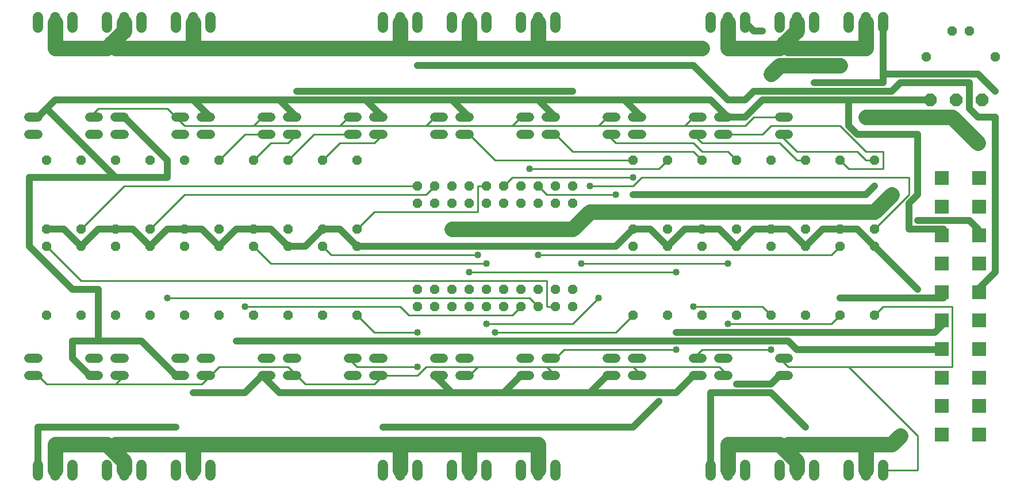
<source format=gbl>
G75*
G70*
%OFA0B0*%
%FSLAX24Y24*%
%IPPOS*%
%LPD*%
%AMOC8*
5,1,8,0,0,1.08239X$1,22.5*
%
%ADD10C,0.0600*%
%ADD11C,0.0520*%
%ADD12OC8,0.0520*%
%ADD13R,0.0827X0.0827*%
%ADD14OC8,0.0750*%
%ADD15OC8,0.0560*%
%ADD16C,0.0100*%
%ADD17C,0.0400*%
%ADD18C,0.0400*%
%ADD19C,0.0900*%
D10*
X003702Y005200D02*
X003702Y005800D01*
X004702Y005800D02*
X004702Y005200D01*
X005702Y005200D02*
X005702Y005800D01*
X007702Y005800D02*
X007702Y005200D01*
X008702Y005200D02*
X008702Y005800D01*
X009702Y005800D02*
X009702Y005200D01*
X011702Y005200D02*
X011702Y005800D01*
X012702Y005800D02*
X012702Y005200D01*
X013702Y005200D02*
X013702Y005800D01*
X023702Y005800D02*
X023702Y005200D01*
X024702Y005200D02*
X024702Y005800D01*
X025702Y005800D02*
X025702Y005200D01*
X027702Y005200D02*
X027702Y005800D01*
X028702Y005800D02*
X028702Y005200D01*
X029702Y005200D02*
X029702Y005800D01*
X031702Y005800D02*
X031702Y005200D01*
X032702Y005200D02*
X032702Y005800D01*
X033702Y005800D02*
X033702Y005200D01*
X042702Y005200D02*
X042702Y005800D01*
X043702Y005800D02*
X043702Y005200D01*
X044702Y005200D02*
X044702Y005800D01*
X046702Y005800D02*
X046702Y005200D01*
X047702Y005200D02*
X047702Y005800D01*
X048702Y005800D02*
X048702Y005200D01*
X050702Y005200D02*
X050702Y005800D01*
X051702Y005800D02*
X051702Y005200D01*
X052702Y005200D02*
X052702Y005800D01*
X052702Y031200D02*
X052702Y031800D01*
X051702Y031800D02*
X051702Y031200D01*
X050702Y031200D02*
X050702Y031800D01*
X048702Y031800D02*
X048702Y031200D01*
X047702Y031200D02*
X047702Y031800D01*
X046702Y031800D02*
X046702Y031200D01*
X044702Y031200D02*
X044702Y031800D01*
X043702Y031800D02*
X043702Y031200D01*
X042702Y031200D02*
X042702Y031800D01*
X033702Y031800D02*
X033702Y031200D01*
X032702Y031200D02*
X032702Y031800D01*
X031702Y031800D02*
X031702Y031200D01*
X029702Y031200D02*
X029702Y031800D01*
X028702Y031800D02*
X028702Y031200D01*
X027702Y031200D02*
X027702Y031800D01*
X025702Y031800D02*
X025702Y031200D01*
X024702Y031200D02*
X024702Y031800D01*
X023702Y031800D02*
X023702Y031200D01*
X013702Y031200D02*
X013702Y031800D01*
X012702Y031800D02*
X012702Y031200D01*
X011702Y031200D02*
X011702Y031800D01*
X009702Y031800D02*
X009702Y031200D01*
X008702Y031200D02*
X008702Y031800D01*
X007702Y031800D02*
X007702Y031200D01*
X005702Y031200D02*
X005702Y031800D01*
X004702Y031800D02*
X004702Y031200D01*
X003702Y031200D02*
X003702Y031800D01*
D11*
X003702Y026000D02*
X003182Y026000D01*
X003182Y025000D02*
X003702Y025000D01*
X006702Y025000D02*
X007222Y025000D01*
X008182Y025000D02*
X008702Y025000D01*
X008702Y026000D02*
X008182Y026000D01*
X007222Y026000D02*
X006702Y026000D01*
X011702Y026000D02*
X012222Y026000D01*
X013182Y026000D02*
X013702Y026000D01*
X013702Y025000D02*
X013182Y025000D01*
X012222Y025000D02*
X011702Y025000D01*
X016702Y025000D02*
X017222Y025000D01*
X018182Y025000D02*
X018702Y025000D01*
X018702Y026000D02*
X018182Y026000D01*
X017222Y026000D02*
X016702Y026000D01*
X021702Y026000D02*
X022222Y026000D01*
X023182Y026000D02*
X023702Y026000D01*
X023702Y025000D02*
X023182Y025000D01*
X022222Y025000D02*
X021702Y025000D01*
X026702Y025000D02*
X027222Y025000D01*
X028182Y025000D02*
X028702Y025000D01*
X028702Y026000D02*
X028182Y026000D01*
X027222Y026000D02*
X026702Y026000D01*
X031702Y026000D02*
X032222Y026000D01*
X033182Y026000D02*
X033702Y026000D01*
X033702Y025000D02*
X033182Y025000D01*
X032222Y025000D02*
X031702Y025000D01*
X036702Y025000D02*
X037222Y025000D01*
X038182Y025000D02*
X038702Y025000D01*
X038702Y026000D02*
X038182Y026000D01*
X037222Y026000D02*
X036702Y026000D01*
X041702Y026000D02*
X042222Y026000D01*
X043182Y026000D02*
X043702Y026000D01*
X043702Y025000D02*
X043182Y025000D01*
X042222Y025000D02*
X041702Y025000D01*
X046702Y025000D02*
X047222Y025000D01*
X047222Y026000D02*
X046702Y026000D01*
X046702Y012000D02*
X047222Y012000D01*
X047222Y011000D02*
X046702Y011000D01*
X043702Y011000D02*
X043182Y011000D01*
X042222Y011000D02*
X041702Y011000D01*
X041702Y012000D02*
X042222Y012000D01*
X043182Y012000D02*
X043702Y012000D01*
X038702Y012000D02*
X038182Y012000D01*
X037222Y012000D02*
X036702Y012000D01*
X036702Y011000D02*
X037222Y011000D01*
X038182Y011000D02*
X038702Y011000D01*
X033702Y011000D02*
X033182Y011000D01*
X032222Y011000D02*
X031702Y011000D01*
X031702Y012000D02*
X032222Y012000D01*
X033182Y012000D02*
X033702Y012000D01*
X028702Y012000D02*
X028182Y012000D01*
X027222Y012000D02*
X026702Y012000D01*
X026702Y011000D02*
X027222Y011000D01*
X028182Y011000D02*
X028702Y011000D01*
X023702Y011000D02*
X023182Y011000D01*
X022222Y011000D02*
X021702Y011000D01*
X021702Y012000D02*
X022222Y012000D01*
X023182Y012000D02*
X023702Y012000D01*
X018702Y012000D02*
X018182Y012000D01*
X017222Y012000D02*
X016702Y012000D01*
X016702Y011000D02*
X017222Y011000D01*
X018182Y011000D02*
X018702Y011000D01*
X013702Y011000D02*
X013182Y011000D01*
X012222Y011000D02*
X011702Y011000D01*
X011702Y012000D02*
X012222Y012000D01*
X013182Y012000D02*
X013702Y012000D01*
X008702Y012000D02*
X008182Y012000D01*
X007222Y012000D02*
X006702Y012000D01*
X006702Y011000D02*
X007222Y011000D01*
X008182Y011000D02*
X008702Y011000D01*
X003702Y011000D02*
X003182Y011000D01*
X003182Y012000D02*
X003702Y012000D01*
D12*
X004202Y014500D03*
X006202Y014500D03*
X008202Y014500D03*
X010202Y014500D03*
X012202Y014500D03*
X014202Y014500D03*
X016202Y014500D03*
X018202Y014500D03*
X020202Y014500D03*
X022202Y014500D03*
X022202Y018500D03*
X022202Y019500D03*
X020202Y019500D03*
X020202Y018500D03*
X018202Y018500D03*
X018202Y019500D03*
X016202Y019500D03*
X016202Y018500D03*
X014202Y018500D03*
X014202Y019500D03*
X012202Y019500D03*
X012202Y018500D03*
X010202Y018500D03*
X010202Y019500D03*
X008202Y019500D03*
X008202Y018500D03*
X006202Y018500D03*
X006202Y019500D03*
X004202Y019500D03*
X004202Y018500D03*
X004202Y023500D03*
X006202Y023500D03*
X008202Y023500D03*
X010202Y023500D03*
X012202Y023500D03*
X014202Y023500D03*
X016202Y023500D03*
X018202Y023500D03*
X020202Y023500D03*
X022202Y023500D03*
X038202Y023500D03*
X040202Y023500D03*
X042202Y023500D03*
X044202Y023500D03*
X046202Y023500D03*
X048202Y023500D03*
X050202Y023500D03*
X052202Y023500D03*
X052202Y019500D03*
X052202Y018500D03*
X050202Y018500D03*
X050202Y019500D03*
X048202Y019500D03*
X048202Y018500D03*
X046202Y018500D03*
X046202Y019500D03*
X044202Y019500D03*
X044202Y018500D03*
X042202Y018500D03*
X042202Y019500D03*
X040202Y019500D03*
X040202Y018500D03*
X038202Y018500D03*
X038202Y019500D03*
X038202Y014500D03*
X040202Y014500D03*
X042202Y014500D03*
X044202Y014500D03*
X046202Y014500D03*
X048202Y014500D03*
X050202Y014500D03*
X052202Y014500D03*
X055202Y029500D03*
X056702Y031000D03*
X057702Y031000D03*
X059202Y029500D03*
D13*
X058284Y022441D03*
X056119Y022441D03*
X056119Y020787D03*
X058284Y020787D03*
X058284Y019134D03*
X056119Y019134D03*
X056119Y017480D03*
X058284Y017480D03*
X058284Y015827D03*
X056119Y015827D03*
X056119Y014173D03*
X058284Y014173D03*
X058284Y012520D03*
X056119Y012520D03*
X056119Y010866D03*
X058284Y010866D03*
X058284Y009213D03*
X056119Y009213D03*
X056119Y007559D03*
X058284Y007559D03*
D14*
X058452Y027000D03*
X056952Y027000D03*
X055452Y027000D03*
D15*
X034702Y022000D03*
X033702Y022000D03*
X032702Y022000D03*
X031702Y022000D03*
X030702Y022000D03*
X029702Y022000D03*
X028702Y022000D03*
X027702Y022000D03*
X026702Y022000D03*
X025702Y022000D03*
X025702Y021000D03*
X026702Y021000D03*
X027702Y021000D03*
X028702Y021000D03*
X029702Y021000D03*
X030702Y021000D03*
X031702Y021000D03*
X032702Y021000D03*
X033702Y021000D03*
X034702Y021000D03*
X034702Y016000D03*
X033702Y016000D03*
X032702Y016000D03*
X031702Y016000D03*
X030702Y016000D03*
X029702Y016000D03*
X028702Y016000D03*
X027702Y016000D03*
X026702Y016000D03*
X025702Y016000D03*
X025702Y015000D03*
X026702Y015000D03*
X027702Y015000D03*
X028702Y015000D03*
X029702Y015000D03*
X030702Y015000D03*
X031702Y015000D03*
X032702Y015000D03*
X033702Y015000D03*
X034702Y015000D03*
D16*
X033702Y015000D02*
X033202Y015000D01*
X033202Y016500D01*
X006202Y016500D01*
X004202Y018500D01*
X006202Y019500D02*
X008702Y022000D01*
X025702Y022000D01*
X026202Y021500D02*
X026702Y022000D01*
X026202Y021500D02*
X012202Y021500D01*
X010202Y019500D01*
X016202Y018500D02*
X017202Y017500D01*
X029702Y017500D01*
X029202Y018000D02*
X020702Y018000D01*
X020202Y018500D01*
X022202Y019500D02*
X023202Y020500D01*
X029202Y020500D01*
X029202Y022000D01*
X029702Y022000D01*
X030702Y022000D02*
X031202Y022500D01*
X038202Y022500D01*
X038202Y022000D02*
X038702Y022500D01*
X054202Y022500D01*
X054202Y021500D01*
X052202Y019500D01*
X050202Y018500D02*
X049702Y018000D01*
X032702Y018000D01*
X035202Y017500D02*
X043702Y017500D01*
X040702Y017000D02*
X028702Y017000D01*
X031202Y014500D02*
X031702Y015000D01*
X032202Y015500D02*
X032702Y015000D01*
X032202Y015500D02*
X011202Y015500D01*
X015702Y015000D02*
X024702Y015000D01*
X025202Y014500D01*
X031202Y014500D01*
X029702Y014000D02*
X034702Y014000D01*
X036202Y015500D01*
X038202Y014500D02*
X037202Y013500D01*
X030202Y013500D01*
X029202Y011500D02*
X026202Y011500D01*
X025702Y011000D01*
X023702Y011000D01*
X023202Y010500D01*
X019202Y010500D01*
X018702Y011000D01*
X018202Y011500D01*
X014202Y011500D01*
X013702Y011000D01*
X013202Y010500D01*
X008202Y010500D01*
X008702Y011000D01*
X008202Y010500D02*
X004202Y010500D01*
X003702Y011000D01*
X021702Y012000D02*
X022202Y011500D01*
X025702Y011500D01*
X025702Y013500D02*
X023202Y013500D01*
X022202Y014500D01*
X028702Y011000D02*
X029202Y011500D01*
X033202Y011500D01*
X038202Y011500D01*
X043202Y011500D01*
X043702Y011000D01*
X042202Y012500D02*
X041702Y012000D01*
X042202Y012500D02*
X046202Y012500D01*
X046702Y012000D02*
X047202Y011500D01*
X050702Y011500D01*
X056702Y011500D01*
X056702Y015000D01*
X052702Y015000D01*
X052202Y014500D01*
X050202Y014500D02*
X049702Y014000D01*
X043702Y014000D01*
X045702Y015000D02*
X041702Y015000D01*
X045702Y015000D02*
X046202Y014500D01*
X050702Y011500D02*
X054702Y007500D01*
X054702Y005500D01*
X052702Y005500D01*
X040702Y012500D02*
X034202Y012500D01*
X033702Y012000D01*
X033202Y011500D02*
X033702Y011000D01*
X038202Y011500D02*
X038702Y011000D01*
X037202Y021500D02*
X033202Y021500D01*
X032702Y022000D01*
X032202Y023000D02*
X039702Y023000D01*
X040202Y023500D01*
X041702Y024000D02*
X042202Y023500D01*
X042202Y024000D02*
X043702Y024000D01*
X044202Y023500D01*
X043702Y025000D02*
X045702Y025000D01*
X046202Y025500D01*
X050202Y025500D01*
X051702Y024000D01*
X052702Y024000D01*
X052702Y023000D01*
X050702Y023000D01*
X050202Y023500D01*
X051202Y024000D02*
X051702Y023500D01*
X052202Y023500D01*
X051202Y024000D02*
X047702Y024000D01*
X046702Y025000D01*
X046702Y024500D02*
X047702Y023500D01*
X048202Y023500D01*
X046702Y024500D02*
X042202Y024500D01*
X041702Y025000D01*
X041702Y024500D02*
X042202Y024000D01*
X041702Y024000D02*
X034702Y024000D01*
X033702Y025000D01*
X031702Y026000D02*
X031202Y025500D01*
X036202Y025500D01*
X041202Y025500D01*
X044702Y025500D01*
X045202Y026000D01*
X046702Y026000D01*
X041702Y026000D02*
X041202Y025500D01*
X041702Y024500D02*
X037202Y024500D01*
X036702Y025000D01*
X036202Y025500D02*
X036702Y026000D01*
X038202Y023500D02*
X030202Y023500D01*
X028702Y025000D01*
X026702Y026000D02*
X026202Y025500D01*
X031202Y025500D01*
X026202Y025500D02*
X021202Y025500D01*
X016202Y025500D01*
X012202Y025500D01*
X011702Y026000D01*
X011202Y026500D01*
X007202Y026500D01*
X006702Y026000D01*
X014202Y023500D02*
X015702Y025000D01*
X016702Y025000D01*
X017202Y024500D02*
X018202Y024500D01*
X018702Y025000D01*
X019702Y025000D02*
X021702Y025000D01*
X021202Y024500D02*
X023202Y024500D01*
X023702Y025000D01*
X021702Y026000D02*
X021202Y025500D01*
X021202Y024500D02*
X020202Y023500D01*
X019702Y025000D02*
X018202Y023500D01*
X017202Y024500D02*
X016202Y023500D01*
X016202Y025500D02*
X016702Y026000D01*
X035702Y022000D02*
X038202Y022000D01*
D17*
X038202Y021500D03*
X038202Y022500D03*
X037202Y021500D03*
X035702Y022000D03*
X032202Y023000D03*
X027702Y019500D03*
X029202Y018000D03*
X029702Y017500D03*
X028702Y017000D03*
X032702Y018000D03*
X035202Y017500D03*
X036202Y015500D03*
X040702Y017000D03*
X041702Y015000D03*
X043702Y014000D03*
X046202Y012500D03*
X044202Y010500D03*
X046202Y010000D03*
X048202Y008000D03*
X053702Y007500D03*
X050202Y015500D03*
X054702Y016000D03*
X054702Y020000D03*
X053202Y021500D03*
X052202Y022000D03*
X058202Y024500D03*
X059202Y027500D03*
X051702Y026000D03*
X048702Y028000D03*
X050202Y029000D03*
X046202Y028500D03*
X045702Y031000D03*
X042202Y030000D03*
X034702Y027500D03*
X033702Y029000D03*
X027702Y029000D03*
X025702Y029000D03*
X018702Y027500D03*
X011202Y015500D03*
X015202Y013000D03*
X015702Y015000D03*
X012702Y010000D03*
X011702Y008000D03*
X006202Y008000D03*
X023702Y008000D03*
X026202Y008000D03*
X029202Y008000D03*
X025702Y011500D03*
X025702Y013500D03*
X029702Y014000D03*
X030202Y013500D03*
X039702Y009500D03*
X040702Y012500D03*
X040702Y013500D03*
X043702Y017500D03*
D18*
X044202Y018500D02*
X045202Y019500D01*
X046202Y019500D01*
X047202Y019500D01*
X048202Y018500D01*
X049202Y019500D01*
X050202Y019500D01*
X051202Y019500D01*
X052202Y018500D01*
X054702Y016000D01*
X056119Y015827D02*
X056202Y015500D01*
X050202Y015500D01*
X047202Y013000D02*
X047702Y012500D01*
X056202Y012500D01*
X056119Y012520D01*
X055702Y013500D02*
X040702Y013500D01*
X041702Y011000D02*
X040702Y010000D01*
X035702Y010000D01*
X030702Y010000D01*
X031702Y011000D01*
X030702Y010000D02*
X027702Y010000D01*
X017702Y010000D01*
X016702Y011000D01*
X015702Y010000D01*
X012702Y010000D01*
X011702Y011000D02*
X009702Y013000D01*
X007202Y013000D01*
X007202Y016000D01*
X005702Y016000D01*
X003202Y018500D01*
X003202Y022500D01*
X008202Y022500D01*
X004202Y026500D01*
X003702Y026000D01*
X004202Y026500D02*
X004702Y027000D01*
X012702Y027000D01*
X017702Y027000D01*
X022702Y027000D01*
X027702Y027000D01*
X032702Y027000D01*
X037702Y027000D01*
X042702Y027000D01*
X043702Y026000D01*
X044702Y026000D01*
X045702Y027000D01*
X050702Y027000D01*
X055452Y027000D01*
X053702Y028000D02*
X053202Y027500D01*
X045202Y027500D01*
X044702Y027000D01*
X043702Y027000D01*
X041702Y029000D01*
X033702Y029000D01*
X027702Y029000D01*
X025702Y029000D01*
X027702Y027000D02*
X028702Y026000D01*
X032702Y027000D02*
X033702Y026000D01*
X034702Y027500D02*
X018702Y027500D01*
X017702Y027000D02*
X018702Y026000D01*
X022702Y027000D02*
X023702Y026000D01*
X013702Y026000D02*
X012702Y027000D01*
X011202Y023500D02*
X008702Y026000D01*
X011202Y023500D02*
X011202Y022500D01*
X008202Y022500D01*
X008202Y019500D02*
X007202Y019500D01*
X006202Y018500D01*
X005202Y019500D01*
X004202Y019500D01*
X008202Y019500D02*
X009202Y019500D01*
X010202Y018500D01*
X011202Y019500D01*
X012202Y019500D01*
X013202Y019500D01*
X014202Y018500D01*
X015202Y019500D01*
X016202Y019500D01*
X017202Y019500D01*
X018202Y018500D01*
X019202Y018500D01*
X020202Y019500D01*
X021202Y019500D01*
X022202Y018500D01*
X037202Y018500D01*
X038202Y019500D01*
X039202Y019500D01*
X040202Y018500D01*
X041202Y019500D01*
X042202Y019500D01*
X043202Y019500D01*
X044202Y018500D01*
X038202Y021500D02*
X051702Y021500D01*
X052202Y022000D01*
X054202Y021000D02*
X054702Y021500D01*
X054702Y025000D01*
X051202Y025000D01*
X050702Y025500D01*
X050702Y027000D01*
X048702Y028000D02*
X052702Y028000D01*
X052702Y028500D01*
X058202Y028500D01*
X059202Y027500D01*
X057702Y028000D02*
X057702Y026500D01*
X058202Y026000D01*
X059202Y026000D01*
X059202Y017000D01*
X058202Y016000D01*
X058284Y015827D01*
X056119Y014173D02*
X056202Y014000D01*
X055702Y013500D01*
X047202Y013000D02*
X015202Y013000D01*
X011702Y008000D02*
X006202Y008000D01*
X003702Y008000D01*
X003702Y005500D01*
X006702Y011000D02*
X005702Y012000D01*
X005702Y013000D01*
X007202Y013000D01*
X023702Y008000D02*
X026202Y008000D01*
X029202Y008000D01*
X038202Y008000D01*
X039702Y009500D01*
X042702Y010000D02*
X046202Y010000D01*
X048202Y008000D01*
X046202Y010500D02*
X044202Y010500D01*
X042702Y010000D02*
X042702Y005500D01*
X036702Y011000D02*
X035702Y010000D01*
X027702Y010000D02*
X026702Y011000D01*
X046202Y010500D02*
X046702Y011000D01*
X056119Y019134D02*
X056202Y019500D01*
X054202Y019500D01*
X054202Y021000D01*
X054702Y020000D02*
X057702Y020000D01*
X058202Y019500D01*
X058284Y019134D01*
X057702Y028000D02*
X053702Y028000D01*
X052702Y028500D02*
X052702Y031500D01*
X045702Y031000D02*
X045202Y031000D01*
X044702Y031500D01*
X038702Y026000D02*
X037702Y027000D01*
D19*
X042202Y030000D02*
X032702Y030000D01*
X028702Y030000D01*
X024702Y030000D01*
X012702Y030000D01*
X008202Y030000D01*
X007952Y030250D01*
X007702Y030000D01*
X004702Y030000D01*
X004702Y031500D01*
X007952Y030250D02*
X008702Y031000D01*
X008702Y031500D01*
X012702Y031500D02*
X012702Y030000D01*
X024702Y030000D02*
X024702Y031500D01*
X028702Y031500D02*
X028702Y030000D01*
X032702Y030000D02*
X032702Y031500D01*
X043702Y031500D02*
X043702Y030000D01*
X046702Y030000D01*
X046952Y030250D01*
X047202Y030000D01*
X051702Y030000D01*
X051702Y031500D01*
X047702Y031500D02*
X047702Y031000D01*
X046952Y030250D01*
X046702Y029000D02*
X046202Y028500D01*
X046702Y029000D02*
X050202Y029000D01*
X051702Y026000D02*
X056702Y026000D01*
X058202Y024500D01*
X053202Y021500D02*
X052202Y020500D01*
X035702Y020500D01*
X034702Y019500D01*
X027702Y019500D01*
X028702Y007000D02*
X024702Y007000D01*
X012702Y007000D01*
X008202Y007000D01*
X007952Y006750D01*
X007702Y007000D01*
X004702Y007000D01*
X004702Y005500D01*
X007952Y006750D02*
X008702Y006000D01*
X008702Y005500D01*
X012702Y005500D02*
X012702Y007000D01*
X024702Y007000D02*
X024702Y005500D01*
X028702Y005500D02*
X028702Y007000D01*
X032702Y007000D01*
X032702Y005500D01*
X043702Y005500D02*
X043702Y007000D01*
X046702Y007000D01*
X046952Y006750D01*
X047202Y007000D01*
X051702Y007000D01*
X053202Y007000D01*
X053702Y007500D01*
X051702Y007000D02*
X051702Y005500D01*
X047702Y005500D02*
X047702Y006000D01*
X046952Y006750D01*
M02*

</source>
